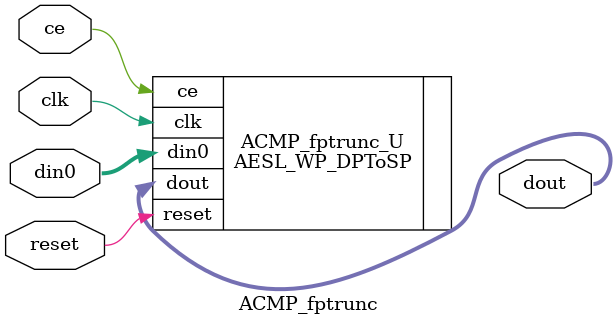
<source format=v>

/*-----------------------------------------------------------------------
-- AESL_FPSim_pkg.v:
-- Floating point simulation model for verilog.
--
-----------------------------------------------------------------------


-------------------------------------------------------------------------------
-- Single precision units.
-- FAdd, FSub, FAddSub, FMul, FDiv, FSqrt, FRSqrt, FRecip, Flog
-------------------------------------------------------------------------------
-------------------------------------------------------------------------------
-- Double precision units.
-- DAdd, DSub, DAddSub, DMul, DDiv, DSqrt, DRSqrt, DRecip, FLog
-------------------------------------------------------------------------------


-------------------------------------------------------------------------------
-- Single precision units.
-------------------------------------------------------------------------------

-------------------------------------------------------------------------------
-- Single precision Add.
-------------------------------------------------------------------------------
*/
module ACMP_fadd_comb(din0, din1, dout);
    parameter ID = 0;
    parameter NUM_STAGE = 13;
    parameter din0_WIDTH = 32;
    parameter din1_WIDTH = 32;
    parameter dout_WIDTH = 32;
    input[din0_WIDTH-1:0] din0;
    input[din1_WIDTH-1:0] din1;
    output[dout_WIDTH-1:0] dout;

    
    AESL_WP_FAdd #(NUM_STAGE, din0_WIDTH, din1_WIDTH, dout_WIDTH) 
    ACMP_FAdd_U (
        .clk(1'b1),
        .reset(1'b1),
        .ce(1'b1),
        .din0(din0),
        .din1(din1),
        .dout(dout));
endmodule

module ACMP_fadd(clk, reset, ce, din0, din1, dout);
    parameter ID = 0;
    parameter NUM_STAGE = 13;
    parameter din0_WIDTH = 32;
    parameter din1_WIDTH = 32;
    parameter dout_WIDTH = 32;
    input clk, reset, ce;
    input[din0_WIDTH-1:0] din0;
    input[din1_WIDTH-1:0] din1;
    output[dout_WIDTH-1:0] dout;

    
    AESL_WP_FAdd #(NUM_STAGE, din0_WIDTH, din1_WIDTH, dout_WIDTH) 
    ACMP_FAdd_U (
        .clk(clk),
        .reset(reset),
        .ce(ce),
        .din0(din0),
        .din1(din1),
        .dout(dout));
endmodule


/*
-------------------------------------------------------------------------------
-- Single precision Sub.
-------------------------------------------------------------------------------
 */
module ACMP_fsub_comb (din0, din1, dout);
    parameter ID = 0;
    parameter NUM_STAGE = 13;
    parameter din0_WIDTH = 32;
    parameter din1_WIDTH = 32;
    parameter dout_WIDTH = 32;
    input[din0_WIDTH-1:0] din0;
    input[din1_WIDTH-1:0] din1;
    output[dout_WIDTH-1:0] dout;
    AESL_WP_FSub #(NUM_STAGE, din0_WIDTH, din1_WIDTH, dout_WIDTH)
    ACMP_FSub_U(
        .clk(1'b1),
        .reset(1'b1),
        .ce(1'b1),
        .din0(din0),
        .din1(din1),
        .dout(dout));
endmodule

module ACMP_fsub(clk, reset, ce, din0, din1, dout);
    parameter ID = 0;
    parameter NUM_STAGE = 13;
    parameter din0_WIDTH = 32;
    parameter din1_WIDTH = 32;
    parameter dout_WIDTH = 32;
    input clk, reset, ce;
    input[din0_WIDTH-1:0] din0;
    input[din1_WIDTH-1:0] din1;
    output[dout_WIDTH-1:0] dout;
    AESL_WP_FSub #(NUM_STAGE, din0_WIDTH, din1_WIDTH, dout_WIDTH)
    ACMP_FSub_U(
        .clk(clk),
        .reset(reset),
        .ce(ce),
        .din0(din0),
        .din1(din1),
        .dout(dout));
endmodule



/*
-------------------------------------------------------------------------------
-- Single precision AddSub.
-------------------------------------------------------------------------------
 */
module ACMP_faddfsub_comb(opcode, din0, din1, dout);
    parameter ID = 0;
    parameter NUM_STAGE = 13;
    parameter din0_WIDTH = 32;
    parameter din1_WIDTH = 32;
    parameter dout_WIDTH = 32;
    input[1:0] opcode;
    input[din0_WIDTH-1:0] din0;
    input[din1_WIDTH-1:0] din1;
    output[dout_WIDTH-1:0] dout;

    AESL_WP_FAddFSub 
        #(NUM_STAGE, din0_WIDTH, din1_WIDTH, dout_WIDTH)
    ACMP_FAddFSub_U(
        .clk(1'b1),
        .reset(1'b1),
        .ce(1'b1),
        .opcode(opcode),
        .din0(din0),
        .din1(din1),
        .dout(dout));
endmodule

module ACMP_faddfsub(clk, reset, ce, opcode, din0, din1, dout);
    parameter ID = 0;
    parameter NUM_STAGE = 13;
    parameter din0_WIDTH = 32;
    parameter din1_WIDTH = 32;
    parameter dout_WIDTH = 32;
    input clk, reset, ce;
    input[1:0] opcode;
    input[din0_WIDTH-1:0] din0;
    input[din1_WIDTH-1:0] din1;
    output[dout_WIDTH-1:0] dout;

    AESL_WP_FAddFSub 
        #(NUM_STAGE, din0_WIDTH, din1_WIDTH, dout_WIDTH)
    ACMP_FAddFSub_U(
        .clk(clk),
        .reset(reset),
        .ce(ce),
        .opcode(opcode),
        .din0(din0),
        .din1(din1),
        .dout(dout));
endmodule

/*
-------------------------------------------------------------------------------
-- Single precision Mul.
-------------------------------------------------------------------------------
 */

module ACMP_fmul_comb(din0, din1, dout);
    parameter ID = 0;
    parameter NUM_STAGE = 13;
    parameter din0_WIDTH = 32;
    parameter din1_WIDTH = 32;
    parameter dout_WIDTH = 32;
    input[din0_WIDTH-1:0] din0;
    input[din1_WIDTH-1:0] din1;
    output[dout_WIDTH-1:0] dout;

    AESL_WP_FMul
        #(NUM_STAGE, din0_WIDTH, din1_WIDTH, dout_WIDTH)
    ACMP_FMul_U(
        .clk(1'b1),
        .reset(1'b1),
        .ce(1'b1),
        .din0(din0),
        .din1(din1),
        .dout(dout));
endmodule

module ACMP_fmul(clk, reset, ce, din0, din1, dout);
    parameter ID = 0;
    parameter NUM_STAGE = 13;
    parameter din0_WIDTH = 32;
    parameter din1_WIDTH = 32;
    parameter dout_WIDTH = 32;
    input clk, reset, ce;
    input[din0_WIDTH-1:0] din0;
    input[din1_WIDTH-1:0] din1;
    output[dout_WIDTH-1:0] dout;

    AESL_WP_FMul
        #(NUM_STAGE, din0_WIDTH, din1_WIDTH, dout_WIDTH)
    ACMP_FMul_U(
        .clk(clk),
        .reset(reset),
        .ce(ce),
        .din0(din0),
        .din1(din1),
        .dout(dout));
endmodule

/*
-------------------------------------------------------------------------------
-- Single precision Div.
-------------------------------------------------------------------------------
 */

module ACMP_fdiv_comb(din0, din1, dout);
    parameter ID = 0;
    parameter NUM_STAGE = 13;
    parameter din0_WIDTH = 32;
    parameter din1_WIDTH = 32;
    parameter dout_WIDTH = 32;
    input[din0_WIDTH-1:0] din0;
    input[din1_WIDTH-1:0] din1;
    output[dout_WIDTH-1:0] dout;

    AESL_WP_FDiv
        #(NUM_STAGE, din0_WIDTH, din1_WIDTH, dout_WIDTH)
    ACMP_FDiv_U(
        .clk(1'b1),
        .reset(1'b1),
        .ce(1'b1),
        .din0(din0),
        .din1(din1),
        .dout(dout));
endmodule

module ACMP_fdiv(clk, reset, ce, din0, din1, dout);
    parameter ID = 0;
    parameter NUM_STAGE = 13;
    parameter din0_WIDTH = 32;
    parameter din1_WIDTH = 32;
    parameter dout_WIDTH = 32;
    input clk, reset, ce;
    input[din0_WIDTH-1:0] din0;
    input[din1_WIDTH-1:0] din1;
    output[dout_WIDTH-1:0] dout;

    AESL_WP_FDiv
        #(NUM_STAGE, din0_WIDTH, din1_WIDTH, dout_WIDTH)
    ACMP_FDiv_U(
        .clk(clk),
        .reset(reset),
        .ce(ce),
        .din0(din0),
        .din1(din1),
        .dout(dout));
endmodule

/*
-------------------------------------------------------------------------------
-- Single precision Sqrt.
-------------------------------------------------------------------------------
 */

module ACMP_fsqrt_comb (din0, din1, dout);
    parameter ID = 0;
    parameter NUM_STAGE = 13;
    parameter din0_WIDTH = 32;
    parameter din1_WIDTH = 32;
    parameter dout_WIDTH = 32;
    input[din0_WIDTH-1:0] din0;
    input[din1_WIDTH-1:0] din1;
    output[dout_WIDTH-1:0] dout;

    AESL_WP_FSqrt
        #(NUM_STAGE, din0_WIDTH, din1_WIDTH, dout_WIDTH)
    ACMP_FSqrt_U(
        .clk(1'b1),
        .reset(1'b1),
        .ce(1'b1),
        .din0(din0),
        .din1(din1),
        .dout(dout));
    
endmodule

module ACMP_fsqrt(clk, reset, ce, din0, din1, dout);
    parameter ID = 0;
    parameter NUM_STAGE = 13;
    parameter din0_WIDTH = 32;
    parameter din1_WIDTH = 32;
    parameter dout_WIDTH = 32;
    input clk, reset, ce;
    input[din0_WIDTH-1:0] din0;
    input[din1_WIDTH-1:0] din1;
    output[dout_WIDTH-1:0] dout;

    AESL_WP_FSqrt
        #(NUM_STAGE, din0_WIDTH, din1_WIDTH, dout_WIDTH)
    ACMP_FSqrt_U(
        .clk(clk),
        .reset(reset),
        .ce(ce),
        .din0(din0),
        .din1(din1),
        .dout(dout));
    
endmodule

/*
-------------------------------------------------------------------------------
-- Single precision RSqrt.
-------------------------------------------------------------------------------
 */

module ACMP_frsqrt_comb (din0, din1, dout);
    parameter ID = 0;
    parameter NUM_STAGE = 13;
    parameter din0_WIDTH = 32;
    parameter din1_WIDTH = 32;
    parameter dout_WIDTH = 32;
    input[din0_WIDTH-1:0] din0;
    input[din1_WIDTH-1:0] din1;
    output[dout_WIDTH-1:0] dout;

    AESL_WP_FRSqrt
        #(NUM_STAGE, din0_WIDTH, din1_WIDTH, dout_WIDTH)
    ACMP_FRSqrt_U(
        .clk(1'b1),
        .reset(1'b1),
        .ce(1'b1),
        .din0(din0),
        .din1(din1),
        .dout(dout));
    
endmodule

module ACMP_frsqrt(clk, reset, ce, din0, din1, dout);
    parameter ID = 0;
    parameter NUM_STAGE = 13;
    parameter din0_WIDTH = 32;
    parameter din1_WIDTH = 32;
    parameter dout_WIDTH = 32;
    input clk, reset, ce;
    input[din0_WIDTH-1:0] din0;
    input[din1_WIDTH-1:0] din1;
    output[dout_WIDTH-1:0] dout;

    AESL_WP_FRSqrt
        #(NUM_STAGE, din0_WIDTH, din1_WIDTH, dout_WIDTH)
    ACMP_FRSqrt_U(
        .clk(clk),
        .reset(reset),
        .ce(ce),
        .din0(din0),
        .din1(din1),
        .dout(dout));
    
endmodule

/*
-------------------------------------------------------------------------------
-- Single precision Recip.
-------------------------------------------------------------------------------
 */

module ACMP_frecip_comb (din0, din1, dout);
    parameter ID = 0;
    parameter NUM_STAGE = 13;
    parameter din0_WIDTH = 32;
    parameter din1_WIDTH = 32;
    parameter dout_WIDTH = 32;
    input[din0_WIDTH-1:0] din0;
    input[din1_WIDTH-1:0] din1;
    output[dout_WIDTH-1:0] dout;

    AESL_WP_FRecip
        #(NUM_STAGE, din0_WIDTH, din1_WIDTH, dout_WIDTH)
    ACMP_FRecip_U(
        .clk(1'b1),
        .reset(1'b1),
        .ce(1'b1),
        .din0(din0),
        .din1(din1),
        .dout(dout));
    
endmodule

module ACMP_frecip(clk, reset, ce, din0, din1, dout);
    parameter ID = 0;
    parameter NUM_STAGE = 13;
    parameter din0_WIDTH = 32;
    parameter din1_WIDTH = 32;
    parameter dout_WIDTH = 32;
    input clk, reset, ce;
    input[din0_WIDTH-1:0] din0;
    input[din1_WIDTH-1:0] din1;
    output[dout_WIDTH-1:0] dout;

    AESL_WP_FRecip
        #(NUM_STAGE, din0_WIDTH, din1_WIDTH, dout_WIDTH)
    ACMP_FRecip_U(
        .clk(clk),
        .reset(reset),
        .ce(ce),
        .din0(din0),
        .din1(din1),
        .dout(dout));
    
endmodule

/*
-------------------------------------------------------------------------------
-- Single precision Log.
-------------------------------------------------------------------------------
 */

module ACMP_flog_comb (din0, din1, dout);
    parameter ID = 0;
    parameter NUM_STAGE = 13;
    parameter din0_WIDTH = 32;
    parameter din1_WIDTH = 32;
    parameter dout_WIDTH = 32;
    input[din0_WIDTH-1:0] din0;
    input[din1_WIDTH-1:0] din1;
    output[dout_WIDTH-1:0] dout;

    AESL_WP_FLog
        #(NUM_STAGE, din0_WIDTH, din1_WIDTH, dout_WIDTH)
    ACMP_FLog_U(
        .clk(1'b1),
        .reset(1'b1),
        .ce(1'b1),
        .din0(din0),
        .din1(din1),
        .dout(dout));
    
endmodule

module ACMP_flog(clk, reset, ce, din0, din1, dout);
    parameter ID = 0;
    parameter NUM_STAGE = 13;
    parameter din0_WIDTH = 32;
    parameter din1_WIDTH = 32;
    parameter dout_WIDTH = 32;
    input clk, reset, ce;
    input[din0_WIDTH-1:0] din0;
    input[din1_WIDTH-1:0] din1;
    output[dout_WIDTH-1:0] dout;

    AESL_WP_FLog
        #(NUM_STAGE, din0_WIDTH, din1_WIDTH, dout_WIDTH)
    ACMP_Flog_U(
        .clk(clk),
        .reset(reset),
        .ce(ce),
        .din0(din0),
        .din1(din1),
        .dout(dout));
    
endmodule


/*
-------------------------------------------------------------------------------
-- Double precision
-------------------------------------------------------------------------------
*/

/*
-------------------------------------------------------------------------------
-- Double precision ADD
-------------------------------------------------------------------------------
 */
module ACMP_dadd_comb(din0, din1, dout);
    parameter ID = 0;
    parameter NUM_STAGE = 13;
    parameter din0_WIDTH = 64;
    parameter din1_WIDTH = 64;
    parameter dout_WIDTH = 64;
    input[din0_WIDTH-1:0] din0;
    input[din1_WIDTH-1:0] din1;
    output[dout_WIDTH-1:0] dout;

    AESL_WP_DAdd
        #(NUM_STAGE, din0_WIDTH, din1_WIDTH, dout_WIDTH)
    ACMP_DAdd_U(
        .clk(1'b1),
        .reset(1'b1),
        .ce(1'b1),
        .din0(din0),
        .din1(din1),
        .dout(dout));
endmodule

module ACMP_dadd(clk, reset, ce, din0, din1, dout);
    parameter ID = 0;
    parameter NUM_STAGE = 13;
    parameter din0_WIDTH = 64;
    parameter din1_WIDTH = 64;
    parameter dout_WIDTH = 64;
    input clk, reset, ce;
    input[din0_WIDTH-1:0] din0;
    input[din1_WIDTH-1:0] din1;
    output[dout_WIDTH-1:0] dout;

    AESL_WP_DAdd
        #(NUM_STAGE, din0_WIDTH, din1_WIDTH, dout_WIDTH)
    ACMP_DAdd_U(
        .clk(clk),
        .reset(reset),
        .ce(ce),
        .din0(din0),
        .din1(din1),
        .dout(dout));
endmodule

/*
-------------------------------------------------------------------------------
-- Double precision Sub
-------------------------------------------------------------------------------
 */

module ACMP_dsub_comb(din0, din1, dout);
    parameter ID = 0;
    parameter NUM_STAGE = 13;
    parameter din0_WIDTH = 64;
    parameter din1_WIDTH = 64;
    parameter dout_WIDTH = 64;
    input[din0_WIDTH-1:0] din0;
    input[din1_WIDTH-1:0] din1;
    output[dout_WIDTH-1:0] dout;

    AESL_WP_DSub
        #(NUM_STAGE, din0_WIDTH, din1_WIDTH, dout_WIDTH)
    ACMP_DSub_U(
        .clk(1'b1),
        .reset(1'b1),
        .ce(1'b1),
        .din0(din0),
        .din1(din1),
        .dout(dout));
endmodule

module ACMP_dsub(clk, reset, ce, din0, din1, dout);
    parameter ID = 0;
    parameter NUM_STAGE = 13;
    parameter din0_WIDTH = 64;
    parameter din1_WIDTH = 64;
    parameter dout_WIDTH = 64;
    input clk, reset, ce;
    input[din0_WIDTH-1:0] din0;
    input[din1_WIDTH-1:0] din1;
    output[dout_WIDTH-1:0] dout;

    AESL_WP_DSub
        #(NUM_STAGE, din0_WIDTH, din1_WIDTH, dout_WIDTH)
    ACMP_DSub_U(
        .clk(clk),
        .reset(reset),
        .ce(ce),
        .din0(din0),
        .din1(din1),
        .dout(dout));
endmodule

/*
-------------------------------------------------------------------------------
-- Double precision AddSub
-------------------------------------------------------------------------------
 */

module ACMP_dadddsub_comb(opcode, din0, din1, dout);
    parameter ID = 0;
    parameter NUM_STAGE = 13;
    parameter din0_WIDTH = 64;
    parameter din1_WIDTH = 64;
    parameter dout_WIDTH = 64;
    input[1:0] opcode;
    input[din0_WIDTH-1:0] din0;
    input[din1_WIDTH-1:0] din1;
    output[dout_WIDTH-1:0] dout;

    AESL_WP_DAddDSub
        #(NUM_STAGE, din0_WIDTH, din1_WIDTH, dout_WIDTH)
    ACMP_DAddDSub_U(
        .clk(1'b1),
        .reset(1'b1),
        .ce(1'b1),
        .opcode(opcode),
        .din0(din0),
        .din1(din1),
        .dout(dout));
endmodule

module ACMP_dadddsub(clk, reset, ce, opcode, din0, din1, dout);
    parameter ID = 0;
    parameter NUM_STAGE = 13;
    parameter din0_WIDTH = 64;
    parameter din1_WIDTH = 64;
    parameter dout_WIDTH = 64;
    input clk, reset, ce;
    input[1:0] opcode;
    input[din0_WIDTH-1:0] din0;
    input[din1_WIDTH-1:0] din1;
    output[dout_WIDTH-1:0] dout;

    AESL_WP_DAddDSub
        #(NUM_STAGE, din0_WIDTH, din1_WIDTH, dout_WIDTH)
    ACMP_DAddDSub_U(
        .clk(clk),
        .reset(reset),
        .ce(ce),
        .opcode(opcode),
        .din0(din0),
        .din1(din1),
        .dout(dout));
endmodule

/*
-------------------------------------------------------------------------------
-- Double precision Mul
-------------------------------------------------------------------------------
 */

module ACMP_dmul_comb(din0, din1, dout);
    parameter ID = 0;
    parameter NUM_STAGE = 13;
    parameter din0_WIDTH = 64;
    parameter din1_WIDTH = 64;
    parameter dout_WIDTH = 64;
    input[din0_WIDTH-1:0] din0;
    input[din1_WIDTH-1:0] din1;
    output[dout_WIDTH-1:0] dout;

    AESL_WP_DMul
        #(NUM_STAGE, din0_WIDTH, din1_WIDTH, dout_WIDTH)
    ACMP_DMul_U(
        .clk(1'b1),
        .reset(1'b1),
        .ce(1'b1),
        .din0(din0),
        .din1(din1),
        .dout(dout));
endmodule

module ACMP_dmul(clk, reset, ce, din0, din1, dout);
    parameter ID = 0;
    parameter NUM_STAGE = 13;
    parameter din0_WIDTH = 64;
    parameter din1_WIDTH = 64;
    parameter dout_WIDTH = 64;
    input clk, reset, ce;
    input[din0_WIDTH-1:0] din0;
    input[din1_WIDTH-1:0] din1;
    output[dout_WIDTH-1:0] dout;

    AESL_WP_DMul
        #(NUM_STAGE, din0_WIDTH, din1_WIDTH, dout_WIDTH)
    ACMP_DMul_U(
        .clk(clk),
        .reset(reset),
        .ce(ce),
        .din0(din0),
        .din1(din1),
        .dout(dout));
endmodule

/*
-------------------------------------------------------------------------------
-- Double precision Div
-------------------------------------------------------------------------------
 */

module ACMP_ddiv_comb(din0, din1, dout);
    parameter ID = 0;
    parameter NUM_STAGE = 13;
    parameter din0_WIDTH = 64;
    parameter din1_WIDTH = 64;
    parameter dout_WIDTH = 64;
    input[din0_WIDTH-1:0] din0;
    input[din1_WIDTH-1:0] din1;
    output[dout_WIDTH-1:0] dout;

    AESL_WP_DDiv
        #(NUM_STAGE, din0_WIDTH, din1_WIDTH, dout_WIDTH)
    ACMP_DDiv_U(
        .clk(1'b1),
        .reset(1'b1),
        .ce(1'b1),
        .din0(din0),
        .din1(din1),
        .dout(dout));
endmodule

module ACMP_ddiv(clk, reset, ce, din0, din1, dout);
    parameter ID = 0;
    parameter NUM_STAGE = 13;
    parameter din0_WIDTH = 64;
    parameter din1_WIDTH = 64;
    parameter dout_WIDTH = 64;
    input clk, reset, ce;
    input[din0_WIDTH-1:0] din0;
    input[din1_WIDTH-1:0] din1;
    output[dout_WIDTH-1:0] dout;

    AESL_WP_DDiv
        #(NUM_STAGE, din0_WIDTH, din1_WIDTH, dout_WIDTH)
    ACMP_DDiv_U(
        .clk(clk),
        .reset(reset),
        .ce(ce),
        .din0(din0),
        .din1(din1),
        .dout(dout));
endmodule

/*
-------------------------------------------------------------------------------
-- Double precision Sqrt
-------------------------------------------------------------------------------
 */

module ACMP_dsqrt_comb(din0, din1, dout);
    parameter ID = 0;
    parameter NUM_STAGE = 13;
    parameter din0_WIDTH = 64;
    parameter din1_WIDTH = 64;
    parameter dout_WIDTH = 64;
    input[din0_WIDTH-1:0] din0;
    input[din1_WIDTH-1:0] din1;
    output[dout_WIDTH-1:0] dout;

    AESL_WP_DSqrt
        #(NUM_STAGE, din0_WIDTH, din1_WIDTH, dout_WIDTH)
    ACMP_DSqrt_U(
        .clk(1'b1),
        .reset(1'b1),
        .ce(1'b1),
        .din0(din0),
        .din1(din1),
        .dout(dout));
endmodule

module ACMP_dsqrt(clk, reset, ce, din0, din1, dout);
    parameter ID = 0;
    parameter NUM_STAGE = 13;
    parameter din0_WIDTH = 64;
    parameter din1_WIDTH = 64;
    parameter dout_WIDTH = 64;
    input clk, reset, ce;
    input[din0_WIDTH-1:0] din0;
    input[din1_WIDTH-1:0] din1;
    output[dout_WIDTH-1:0] dout;

    AESL_WP_DSqrt
        #(NUM_STAGE, din0_WIDTH, din1_WIDTH, dout_WIDTH)
    ACMP_DSqrt_U(
        .clk(clk),
        .reset(reset),
        .ce(ce),
        .din0(din0),
        .din1(din1),
        .dout(dout));
endmodule

/*
-------------------------------------------------------------------------------
-- Double precision RSqrt
-------------------------------------------------------------------------------
 */

module ACMP_drsqrt_comb(din0, din1, dout);
    parameter ID = 0;
    parameter NUM_STAGE = 13;
    parameter din0_WIDTH = 64;
    parameter din1_WIDTH = 64;
    parameter dout_WIDTH = 64;
    input[din0_WIDTH-1:0] din0;
    input[din1_WIDTH-1:0] din1;
    output[dout_WIDTH-1:0] dout;

    AESL_WP_DRSqrt
        #(NUM_STAGE, din0_WIDTH, din1_WIDTH, dout_WIDTH)
    ACMP_DRSqrt_U(
        .clk(1'b1),
        .reset(1'b1),
        .ce(1'b1),
        .din0(din0),
        .din1(din1),
        .dout(dout));
endmodule

module ACMP_drsqrt(clk, reset, ce, din0, din1, dout);
    parameter ID = 0;
    parameter NUM_STAGE = 13;
    parameter din0_WIDTH = 64;
    parameter din1_WIDTH = 64;
    parameter dout_WIDTH = 64;
    input clk, reset, ce;
    input[din0_WIDTH-1:0] din0;
    input[din1_WIDTH-1:0] din1;
    output[dout_WIDTH-1:0] dout;

    AESL_WP_DRSqrt
        #(NUM_STAGE, din0_WIDTH, din1_WIDTH, dout_WIDTH)
    ACMP_DRSqrt_U(
        .clk(clk),
        .reset(reset),
        .ce(ce),
        .din0(din0),
        .din1(din1),
        .dout(dout));
endmodule

/*
-------------------------------------------------------------------------------
-- Double precision Recip
-------------------------------------------------------------------------------
 */

module ACMP_drecip_comb(din0, din1, dout);
    parameter ID = 0;
    parameter NUM_STAGE = 13;
    parameter din0_WIDTH = 64;
    parameter din1_WIDTH = 64;
    parameter dout_WIDTH = 64;
    input[din0_WIDTH-1:0] din0;
    input[din1_WIDTH-1:0] din1;
    output[dout_WIDTH-1:0] dout;

    AESL_WP_DRecip
        #(NUM_STAGE, din0_WIDTH, din1_WIDTH, dout_WIDTH)
    ACMP_DRecip_U(
        .clk(1'b1),
        .reset(1'b1),
        .ce(1'b1),
        .din0(din0),
        .din1(din1),
        .dout(dout));
endmodule

module ACMP_drecip(clk, reset, ce, din0, din1, dout);
    parameter ID = 0;
    parameter NUM_STAGE = 13;
    parameter din0_WIDTH = 64;
    parameter din1_WIDTH = 64;
    parameter dout_WIDTH = 64;
    input clk, reset, ce;
    input[din0_WIDTH-1:0] din0;
    input[din1_WIDTH-1:0] din1;
    output[dout_WIDTH-1:0] dout;

    AESL_WP_DRecip
        #(NUM_STAGE, din0_WIDTH, din1_WIDTH, dout_WIDTH)
    ACMP_DRecip_U(
        .clk(clk),
        .reset(reset),
        .ce(ce),
        .din0(din0),
        .din1(din1),
        .dout(dout));
endmodule

/*
-------------------------------------------------------------------------------
-- Double precision Log
-------------------------------------------------------------------------------
 */

module ACMP_dlog_comb(din0, din1, dout);
    parameter ID = 0;
    parameter NUM_STAGE = 13;
    parameter din0_WIDTH = 64;
    parameter din1_WIDTH = 64;
    parameter dout_WIDTH = 64;
    input[din0_WIDTH-1:0] din0;
    input[din1_WIDTH-1:0] din1;
    output[dout_WIDTH-1:0] dout;

    AESL_WP_DLog
        #(NUM_STAGE, din0_WIDTH, din1_WIDTH, dout_WIDTH)
    ACMP_DLog_U(
        .clk(1'b1),
        .reset(1'b1),
        .ce(1'b1),
        .din0(din0),
        .din1(din1),
        .dout(dout));
endmodule

module ACMP_dlog(clk, reset, ce, din0, din1, dout);
    parameter ID = 0;
    parameter NUM_STAGE = 13;
    parameter din0_WIDTH = 64;
    parameter din1_WIDTH = 64;
    parameter dout_WIDTH = 64;
    input clk, reset, ce;
    input[din0_WIDTH-1:0] din0;
    input[din1_WIDTH-1:0] din1;
    output[dout_WIDTH-1:0] dout;

    AESL_WP_DLog
        #(NUM_STAGE, din0_WIDTH, din1_WIDTH, dout_WIDTH)
    ACMP_DLog_U(
        .clk(clk),
        .reset(reset),
        .ce(ce),
        .din0(din0),
        .din1(din1),
        .dout(dout));
endmodule

/*
-------------------------------------------------------------------------------
-- Single precision Cmp (Comparator)
-------------------------------------------------------------------------------
-- Predicate values:
--     FCMP_FALSE = 0, ///<  0 0 0 0    Always false (always folded)
--     FCMP_OEQ   = 1, ///<  0 0 0 1    True if ordered and equal
--     FCMP_OGT   = 2, ///<  0 0 1 0    True if ordered and greater than
--     FCMP_OGE   = 3, ///<  0 0 1 1    True if ordered and greater than or equal
--     FCMP_OLT   = 4, ///<  0 1 0 0    True if ordered and less than
--     FCMP_OLE   = 5, ///<  0 1 0 1    True if ordered and less than or equal
--     FCMP_ONE   = 6, ///<  0 1 1 0    True if ordered and operands are unequal
--     FCMP_ORD   = 7, ///<  0 1 1 1    True if ordered (no nans)
--     FCMP_UNO   = 8, ///<  1 0 0 0    True if unordered: isnan(X) | isnan(Y)
--     FCMP_UEQ   = 9, ///<  1 0 0 1    True if unordered or equal
--     FCMP_UGT   =10, ///<  1 0 1 0    True if unordered or greater than
--     FCMP_UGE   =11, ///<  1 0 1 1    True if unordered, greater than, or equal
--     FCMP_ULT   =12, ///<  1 1 0 0    True if unordered or less than
--     FCMP_ULE   =13, ///<  1 1 0 1    True if unordered, less than, or equal
--     FCMP_UNE   =14, ///<  1 1 1 0    True if unordered or not equal
--     FCMP_TRUE  =15, ///<  1 1 1 1    Always true (always folded)

 */
module ACMP_fcmp_comb(opcode, din0, din1, dout);    
    parameter ID = 0;
    parameter NUM_STAGE = 12;
    parameter din0_WIDTH = 32;
    parameter din1_WIDTH = 32;
    parameter dout_WIDTH = 1;
    input[4:0] opcode;
    input[din0_WIDTH-1:0] din0;
    input[din1_WIDTH-1:0] din1;
	output[0:0] dout;    

    AESL_WP_FCmp
        #(NUM_STAGE, din0_WIDTH, din1_WIDTH, dout_WIDTH)
    ACMP_FCmp_U(
        .clk(1'b1),
        .reset(1'b1),
        .ce(1'b1),
        .opcode(opcode),
        .din0(din0),
        .din1(din1),
        .dout(dout));
endmodule

module ACMP_fcmp(clk, reset, ce, opcode, din0, din1, dout);    
    parameter ID = 0;
    parameter NUM_STAGE = 12;
    parameter din0_WIDTH = 32;
    parameter din1_WIDTH = 32;
    parameter dout_WIDTH = 1;
    input clk;
    input reset, ce;
    input[4:0] opcode;
    input[din0_WIDTH-1:0] din0;
    input[din1_WIDTH-1:0] din1;
	output[0:0] dout;    

    AESL_WP_FCmp
        #(NUM_STAGE, din0_WIDTH, din1_WIDTH, dout_WIDTH)
    ACMP_FCmp_U(
        .clk(clk),
        .reset(reset),
        .ce(ce),
        .opcode(opcode),
        .din0(din0),
        .din1(din1),
        .dout(dout));
endmodule



/*
-------------------------------------------------------------------------------
-- Double precision Cmp (Comparator)
-------------------------------------------------------------------------------
-- Predicate values:
--     FCMP_FALSE = 0, ///<  0 0 0 0    Always false (always folded)
--     FCMP_OEQ   = 1, ///<  0 0 0 1    True if ordered and equal
--     FCMP_OGT   = 2, ///<  0 0 1 0    True if ordered and greater than
--     FCMP_OGE   = 3, ///<  0 0 1 1    True if ordered and greater than or equal
--     FCMP_OLT   = 4, ///<  0 1 0 0    True if ordered and less than
--     FCMP_OLE   = 5, ///<  0 1 0 1    True if ordered and less than or equal
--     FCMP_ONE   = 6, ///<  0 1 1 0    True if ordered and operands are unequal
--     FCMP_ORD   = 7, ///<  0 1 1 1    True if ordered (no nans)
--     FCMP_UNO   = 8, ///<  1 0 0 0    True if unordered: isnan(X) | isnan(Y)
--     FCMP_UEQ   = 9, ///<  1 0 0 1    True if unordered or equal
--     FCMP_UGT   =10, ///<  1 0 1 0    True if unordered or greater than
--     FCMP_UGE   =11, ///<  1 0 1 1    True if unordered, greater than, or equal
--     FCMP_ULT   =12, ///<  1 1 0 0    True if unordered or less than
--     FCMP_ULE   =13, ///<  1 1 0 1    True if unordered, less than, or equal
--     FCMP_UNE   =14, ///<  1 1 1 0    True if unordered or not equal
--     FCMP_TRUE  =15, ///<  1 1 1 1    Always true (always folded)
 */
module ACMP_dcmp_comb(opcode, din0, din1, dout);    
    parameter ID = 0;
    parameter NUM_STAGE = 12;
    parameter din0_WIDTH = 64;
    parameter din1_WIDTH = 64;
    parameter dout_WIDTH = 1;
    input[4:0] opcode;
    input[din0_WIDTH-1:0] din0;
    input[din1_WIDTH-1:0] din1;
	output[0:0] dout;    

    AESL_WP_DCmp
        #(NUM_STAGE, din0_WIDTH, din1_WIDTH, dout_WIDTH)
    ACMP_DCmp_U(
        .clk(1'b1),
        .reset(1'b1),
        .ce(1'b1),
        .opcode(opcode),
        .din0(din0),
        .din1(din1),
        .dout(dout));
endmodule

module ACMP_dcmp(clk, reset, ce, opcode, din0, din1, dout);    
    parameter ID = 0;
    parameter NUM_STAGE = 12;
    parameter din0_WIDTH = 64;
    parameter din1_WIDTH = 64;
    parameter dout_WIDTH = 1;
    input clk;
    input reset, ce;
    input[4:0] opcode;
    input[din0_WIDTH-1:0] din0;
    input[din1_WIDTH-1:0] din1;
	output[0:0] dout;    

    AESL_WP_DCmp
        #(NUM_STAGE, din0_WIDTH, din1_WIDTH, dout_WIDTH)
    ACMP_DCmp_U(
        .clk(clk),
        .reset(reset),
        .ce(ce),
        .opcode(opcode),
        .din0(din0),
        .din1(din1),
        .dout(dout));
endmodule



/*
-------------------------------------------------------------------------------
-- Single precision to int32
-------------------------------------------------------------------------------
 */
module ACMP_fptosi_comb(din0, dout);
    parameter ID = 0;
    parameter NUM_STAGE = 12;
    parameter din0_WIDTH = 32;
    parameter dout_WIDTH = 32;
    input[din0_WIDTH-1:0] din0;
    output[dout_WIDTH-1:0] dout;

    AESL_WP_SPToSI
        #(NUM_STAGE, din0_WIDTH, dout_WIDTH)
    ACMP_SPToSI_U(
        .clk(1'b1),
        .reset(1'b1),
        .ce(1'b1),
        .din0(din0),
        .dout(dout));
endmodule

module ACMP_fptosi(clk, reset, ce, din0, dout);
    parameter ID = 0;
    parameter NUM_STAGE = 12;
    parameter din0_WIDTH = 32;
    parameter dout_WIDTH = 32;
    input clk;
    input reset, ce;
    input[din0_WIDTH-1:0] din0;
    output[dout_WIDTH-1:0] dout;

    AESL_WP_SPToSI
        #(NUM_STAGE, din0_WIDTH, dout_WIDTH)
    ACMP_SPToSI_U(
        .clk(clk),
        .reset(reset),
        .ce(ce),
        .din0(din0),
        .dout(dout));
endmodule



/*
-------------------------------------------------------------------------------
-- Double precision to int32
-------------------------------------------------------------------------------
 */
module ACMP_dptosi_comb(din0, dout);
    parameter ID = 0;
    parameter NUM_STAGE = 12;
    parameter din0_WIDTH = 64;
    parameter dout_WIDTH = 32;
    input[din0_WIDTH-1:0] din0;
    output[dout_WIDTH-1:0] dout;

    AESL_WP_DPToSI
        #(NUM_STAGE, din0_WIDTH, dout_WIDTH)
    ACMP_DPToSI_U(
        .clk(1'b1),
        .reset(1'b1),
        .ce(1'b1),
        .din0(din0),
        .dout(dout));
endmodule

module ACMP_dptosi(clk, reset, ce, din0, dout);
    parameter ID = 0;
    parameter NUM_STAGE = 12;
    parameter din0_WIDTH = 64;
    parameter dout_WIDTH = 32;
    input clk;
    input reset, ce;
    input[din0_WIDTH-1:0] din0;
    output[dout_WIDTH-1:0] dout;

    AESL_WP_DPToSI
        #(NUM_STAGE, din0_WIDTH, dout_WIDTH)
    ACMP_DPToSI_U(
        .clk(clk),
        .reset(reset),
        .ce(ce),
        .din0(din0),
        .dout(dout));
endmodule



/*
-------------------------------------------------------------------------------
-- Int32 to single precision
-------------------------------------------------------------------------------
 */
module ACMP_sitofp_comb(din0, dout);
    parameter ID = 0;
    parameter NUM_STAGE = 12;
    parameter din0_WIDTH = 32;
    parameter dout_WIDTH = 64;
    input[din0_WIDTH-1:0] din0;
    output[dout_WIDTH-1:0] dout;

    AESL_WP_SIToSP
        #(NUM_STAGE, din0_WIDTH, dout_WIDTH)
    ACMP_SIToDP_U(
        .clk(1'b1),
        .reset(1'b1),
        .ce(1'b1),
        .din0(din0),
        .dout(dout));
endmodule

module ACMP_sitofp(clk, reset, ce, din0, dout);
    parameter ID = 0;
    parameter NUM_STAGE = 12;
    parameter din0_WIDTH = 32;
    parameter dout_WIDTH = 64;
    input clk;
    input reset, ce;
    input[din0_WIDTH-1:0] din0;
    output[dout_WIDTH-1:0] dout;

    AESL_WP_SIToSP
        #(NUM_STAGE, din0_WIDTH, dout_WIDTH)
    ACMP_SIToDP_U(
        .clk(clk),
        .reset(reset),
        .ce(ce),
        .din0(din0),
        .dout(dout));
endmodule

/*
-------------------------------------------------------------------------------
-- Int32 to double precision
-------------------------------------------------------------------------------
 */
module ACMP_sitodp_comb(din0, dout);
    parameter ID = 0;
    parameter NUM_STAGE = 12;
    parameter din0_WIDTH = 32;
    parameter dout_WIDTH = 64;
    input[din0_WIDTH-1:0] din0;
    output[dout_WIDTH-1:0] dout;

    AESL_WP_SIToDP
        #(NUM_STAGE, din0_WIDTH, dout_WIDTH)
    ACMP_SIToDP_U(
        .clk(1'b1),
        .reset(1'b1),
        .ce(1'b1),
        .din0(din0),
        .dout(dout));
endmodule

module ACMP_sitodp(clk, reset, ce, din0, dout);
    parameter ID = 0;
    parameter NUM_STAGE = 12;
    parameter din0_WIDTH = 32;
    parameter dout_WIDTH = 64;
    input clk;
    input reset, ce;
    input[din0_WIDTH-1:0] din0;
    output[dout_WIDTH-1:0] dout;

    AESL_WP_SIToDP
        #(NUM_STAGE, din0_WIDTH, dout_WIDTH)
    ACMP_SIToDP_U(
        .clk(clk),
        .reset(reset),
        .ce(ce),
        .din0(din0),
        .dout(dout));
endmodule

/*
-------------------------------------------------------------------------------
-- Single precision to uint32
-------------------------------------------------------------------------------
 */
module ACMP_fptoui_comb(din0, dout);
    parameter ID = 0;
    parameter NUM_STAGE = 12;
    parameter din0_WIDTH = 32;
    parameter dout_WIDTH = 32;
    input[din0_WIDTH-1:0] din0;
    output[dout_WIDTH-1:0] dout;

    AESL_WP_SPToUI
        #(NUM_STAGE, din0_WIDTH, dout_WIDTH)
    ACMP_SPToUI_U(
        .clk(1'b1),
        .reset(1'b1),
        .ce(1'b1),
        .din0(din0),
        .dout(dout));
endmodule

module ACMP_fptoui(clk, reset, ce, din0, dout);
    parameter ID = 0;
    parameter NUM_STAGE = 12;
    parameter din0_WIDTH = 32;
    parameter dout_WIDTH = 32;
    input clk;
    input reset, ce;
    input[din0_WIDTH-1:0] din0;
    output[dout_WIDTH-1:0] dout;

    AESL_WP_SPToUI
        #(NUM_STAGE, din0_WIDTH, dout_WIDTH)
    ACMP_SPToUI_U(
        .clk(clk),
        .reset(reset),
        .ce(ce),
        .din0(din0),
        .dout(dout));
endmodule



/*
-------------------------------------------------------------------------------
-- Double precision to uint32
-------------------------------------------------------------------------------
 */
module ACMP_dptoui_comb(din0, dout);
    parameter ID = 0;
    parameter NUM_STAGE = 12;
    parameter din0_WIDTH = 64;
    parameter dout_WIDTH = 32;
    input[din0_WIDTH-1:0] din0;
    output[dout_WIDTH-1:0] dout;

    AESL_WP_DPToUI
        #(NUM_STAGE, din0_WIDTH, dout_WIDTH)
    ACMP_DPToUI_U(
        .clk(1'b1),
        .reset(1'b1),
        .ce(1'b1),
        .din0(din0),
        .dout(dout));
endmodule

module ACMP_dptoui(clk, reset, ce, din0, dout);
    parameter ID = 0;
    parameter NUM_STAGE = 12;
    parameter din0_WIDTH = 64;
    parameter dout_WIDTH = 32;
    input clk;
    input reset, ce;
    input[din0_WIDTH-1:0] din0;
    output[dout_WIDTH-1:0] dout;

    AESL_WP_DPToUI
        #(NUM_STAGE, din0_WIDTH, dout_WIDTH)
    ACMP_DPToUI_U(
        .clk(clk),
        .reset(reset),
        .ce(ce),
        .din0(din0),
        .dout(dout));
endmodule



/*
-------------------------------------------------------------------------------
-- uInt32 to single precision
-------------------------------------------------------------------------------
 */
module ACMP_uitofp_comb(din0, dout);
    parameter ID = 0;
    parameter NUM_STAGE = 12;
    parameter din0_WIDTH = 32;
    parameter dout_WIDTH = 64;
    input[din0_WIDTH-1:0] din0;
    output[dout_WIDTH-1:0] dout;

    AESL_WP_UIToSP
        #(NUM_STAGE, din0_WIDTH, dout_WIDTH)
    ACMP_UIToSP_U(
        .clk(1'b1),
        .reset(1'b1),
        .ce(1'b1),
        .din0(din0),
        .dout(dout));
endmodule

module ACMP_uitofp(clk, reset, ce, din0, dout);
    parameter ID = 0;
    parameter NUM_STAGE = 12;
    parameter din0_WIDTH = 32;
    parameter dout_WIDTH = 64;
    input clk;
    input reset, ce;
    input[din0_WIDTH-1:0] din0;
    output[dout_WIDTH-1:0] dout;

    AESL_WP_UIToSP
        #(NUM_STAGE, din0_WIDTH, dout_WIDTH)
    ACMP_UIToSP_U(
        .clk(clk),
        .reset(reset),
        .ce(ce),
        .din0(din0),
        .dout(dout));
endmodule

/*
-------------------------------------------------------------------------------
-- uInt32 to double precision
-------------------------------------------------------------------------------
 */
module ACMP_uitodp_comb(din0, dout);
    parameter ID = 0;
    parameter NUM_STAGE = 12;
    parameter din0_WIDTH = 32;
    parameter dout_WIDTH = 64;
    input[din0_WIDTH-1:0] din0;
    output[dout_WIDTH-1:0] dout;

    AESL_WP_UIToDP
        #(NUM_STAGE, din0_WIDTH, dout_WIDTH)
    ACMP_UIToDP_U(
        .clk(1'b1),
        .reset(1'b1),
        .ce(1'b1),
        .din0(din0),
        .dout(dout));
endmodule

module ACMP_uitodp(clk, reset, ce, din0, dout);
    parameter ID = 0;
    parameter NUM_STAGE = 12;
    parameter din0_WIDTH = 32;
    parameter dout_WIDTH = 64;
    input clk;
    input reset, ce;
    input[din0_WIDTH-1:0] din0;
    output[dout_WIDTH-1:0] dout;

    AESL_WP_UIToDP
        #(NUM_STAGE, din0_WIDTH, dout_WIDTH)
    ACMP_UIToDP_U(
        .clk(clk),
        .reset(reset),
        .ce(ce),
        .din0(din0),
        .dout(dout));
endmodule

/*
-------------------------------------------------------------------------------
-- single to double precision
-------------------------------------------------------------------------------
 */
module ACMP_fpext_comb(din0, dout);
    parameter ID = 0;
    parameter NUM_STAGE = 12;
    parameter din0_WIDTH = 32;
    parameter dout_WIDTH = 64;
    input[din0_WIDTH-1:0] din0;
    output[dout_WIDTH-1:0] dout;

    AESL_WP_SPToDP
        #(NUM_STAGE, din0_WIDTH, dout_WIDTH)
    ACMP_fpext_U(
        .clk(1'b1),
        .reset(1'b1),
        .ce(1'b1),
        .din0(din0),
        .dout(dout));
endmodule

module ACMP_fpext(clk, reset, ce, din0, dout);
    parameter ID = 0;
    parameter NUM_STAGE = 12;
    parameter din0_WIDTH = 32;
    parameter dout_WIDTH = 64;
    input clk;
    input reset, ce;
    input[din0_WIDTH-1:0] din0;
    output[dout_WIDTH-1:0] dout;

    AESL_WP_SPToDP
        #(NUM_STAGE, din0_WIDTH, dout_WIDTH)
    ACMP_fpext_U(
        .clk(clk),
        .reset(reset),
        .ce(ce),
        .din0(din0),
        .dout(dout));
endmodule

/*
-------------------------------------------------------------------------------
-- double to single precision
-------------------------------------------------------------------------------
 */
module ACMP_fptrunc_comb(din0, dout);
    parameter ID = 0;
    parameter NUM_STAGE = 12;
    parameter din0_WIDTH = 32;
    parameter dout_WIDTH = 64;
    input[din0_WIDTH-1:0] din0;
    output[dout_WIDTH-1:0] dout;

    AESL_WP_DPToSP
        #(NUM_STAGE, din0_WIDTH, dout_WIDTH)
    ACMP_fptrunc_U(
        .clk(1'b1),
        .reset(1'b1),
        .ce(1'b1),
        .din0(din0),
        .dout(dout));
endmodule

module ACMP_fptrunc(clk, reset, ce, din0, dout);
    parameter ID = 0;
    parameter NUM_STAGE = 12;
    parameter din0_WIDTH = 32;
    parameter dout_WIDTH = 64;
    input clk;
    input reset, ce;
    input[din0_WIDTH-1:0] din0;
    output[dout_WIDTH-1:0] dout;

    AESL_WP_DPToSP
        #(NUM_STAGE, din0_WIDTH, dout_WIDTH)
    ACMP_fptrunc_U(
        .clk(clk),
        .reset(reset),
        .ce(ce),
        .din0(din0),
        .dout(dout));
endmodule


</source>
